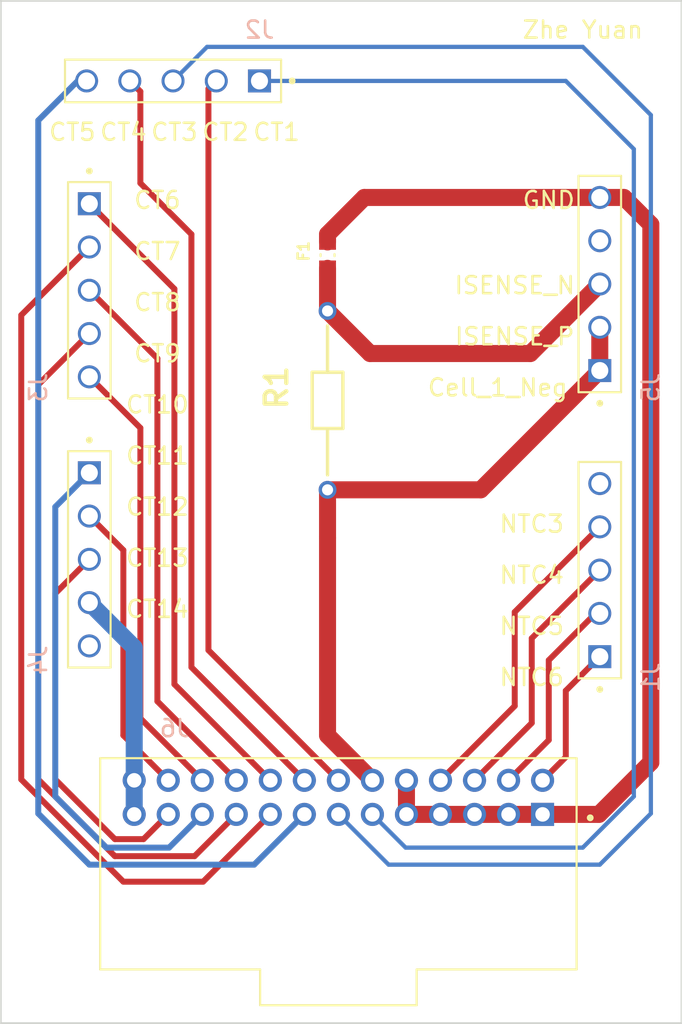
<source format=kicad_pcb>
(kicad_pcb (version 20211014) (generator pcbnew)
  (layers (0 "F.Cu" signal) (31 "B.Cu" signal) (34 "B.Paste" user) (35 "F.Paste" user) (36 "B.SilkS" user "B.Silkscreen") (37 "F.SilkS" user "F.Silkscreen") (38 "B.Mask" user) (39 "F.Mask" user) (44 "Edge.Cuts" user))
  (net 0 "")
  (net 1 "ISENSE_N")
  (net 2 "GND")
  (net 3 "NTC6")
  (net 4 "NTC5")
  (net 5 "NTC4")
  (net 6 "NTC3")
  (net 8 "CELL_11")
  (net 9 "CELL_12")
  (net 10 "CELL_13")
  (net 11 "CELL_14")
  (net 12 "CELL_1_Negative")
  (net 13 "CELL_1")
  (net 14 "CELL_2")
  (net 15 "CELL_3")
  (net 16 "CELL_4")
  (net 17 "CELL_5")
  (net 18 "CELL_6")
  (net 19 "CELL_7")
  (net 20 "CELL_8")
  (net 21 "CELL_9")
  (net 22 "CELL_10")
  (footprint "826926-5:TE_826926-5" (layer "F.Cu") (at 159 89 90)
    (fp_text reference "J5" (at -1 3 90) (layer "B.SilkS") (effects (justify mirror)))
    (fp_text value "826926-5")
    (fp_line (start 11.43 -1.25) (end -1.27 -1.25) (layer "F.SilkS") (width 0.127))
    (fp_line (start 11.43 1.25) (end -1.27 1.25) (layer "F.SilkS") (width 0.127))
    (fp_line (start 11.43 -1.25) (end 11.43 1.25) (layer "F.SilkS") (width 0.127))
    (fp_line (start -1.27 1.25) (end -1.27 -1.25) (layer "F.SilkS") (width 0.127))
    (fp_circle (center -1.92 0) (end -1.82 0) (layer "F.SilkS") (width 0.2) (fill none))
    (pad "1" thru_hole rect locked (at 0 0 90) (size 1.35 1.35) (drill 1) (layers *.Cu *.Mask) (net 12 "CELL_1_Negative"))
    (pad "2" thru_hole circle locked (at 2.54 0 90) (size 1.35 1.35) (drill 1) (layers *.Cu *.Mask) (net 12 "CELL_1_Negative"))
    (pad "3" thru_hole circle locked (at 5.08 0 90) (size 1.35 1.35) (drill 1) (layers *.Cu *.Mask) (net 1 "ISENSE_N"))
    (pad "4" thru_hole circle locked (at 7.62 0 90) (size 1.35 1.35) (drill 1) (layers *.Cu *.Mask))
    (pad "5" thru_hole circle locked (at 10.16 0 90) (size 1.35 1.35) (drill 1) (layers *.Cu *.Mask) (net 2 "GND"))
  )
  (footprint "0686F2000-01:FUSC1608X60N" (layer "F.Cu") (at 143 82.225 90)
    (fp_text reference "F1" (at 0.232 -1.4064 90) (layer "F.SilkS") (effects (font (size 0.64 0.64))))
    (fp_text value "0686F2000-01")
    (fp_line (start -0.06 -0.41) (end 0.06 -0.41) (layer "F.SilkS") (width 0.127))
    (fp_line (start 0.06 0.41) (end -0.06 0.41) (layer "F.SilkS") (width 0.127))
    (pad "1" smd rect locked (at -0.775 0 90) (size 0.92 0.99) (layers "F.Cu" "F.Paste" "F.Mask") (net 1 "ISENSE_N"))
    (pad "2" smd rect locked (at 0.775 0 90) (size 0.92 0.99) (layers "F.Cu" "F.Paste" "F.Mask") (net 2 "GND"))
  )
  (footprint "826926-5:TE_826926-5" (layer "F.Cu") (at 129 79.2075 -90)
    (fp_text reference "J3" (at 10.7925 3 90) (layer "B.SilkS") (effects (justify mirror)))
    (fp_text value "826926-5")
    (fp_line (start 11.43 -1.25) (end -1.27 -1.25) (layer "F.SilkS") (width 0.127))
    (fp_line (start 11.43 1.25) (end -1.27 1.25) (layer "F.SilkS") (width 0.127))
    (fp_line (start -1.27 1.25) (end -1.27 -1.25) (layer "F.SilkS") (width 0.127))
    (fp_line (start 11.43 -1.25) (end 11.43 1.25) (layer "F.SilkS") (width 0.127))
    (fp_circle (center -1.92 0) (end -1.82 0) (layer "F.SilkS") (width 0.2) (fill none))
    (pad "1" thru_hole rect locked (at 0 0 270) (size 1.35 1.35) (drill 1) (layers *.Cu *.Mask) (net 18 "CELL_6"))
    (pad "2" thru_hole circle locked (at 2.54 0 270) (size 1.35 1.35) (drill 1) (layers *.Cu *.Mask) (net 19 "CELL_7"))
    (pad "3" thru_hole circle locked (at 5.08 0 270) (size 1.35 1.35) (drill 1) (layers *.Cu *.Mask) (net 20 "CELL_8"))
    (pad "4" thru_hole circle locked (at 7.62 0 270) (size 1.35 1.35) (drill 1) (layers *.Cu *.Mask) (net 21 "CELL_9"))
    (pad "5" thru_hole circle locked (at 10.16 0 270) (size 1.35 1.35) (drill 1) (layers *.Cu *.Mask) (net 22 "CELL_10"))
  )
  (footprint "KiCad:RESAD1050W45L330D180" (layer "F.Cu") (at 143 96 90)
    (fp_text reference "R1" (at 6 -3 90) (layer "F.SilkS") (effects (font (size 1.27 1.27) (thickness 0.254))))
    (fp_text value "0.1" hide)
    (fp_line (start 0.875 0) (end 3.6 0) (layer "F.SilkS") (width 0.2))
    (fp_line (start 6.9 0) (end 9.625 0) (layer "F.SilkS") (width 0.2))
    (fp_line (start 3.6 0.9) (end 3.6 -0.9) (layer "F.SilkS") (width 0.2))
    (fp_line (start 3.6 -0.9) (end 6.9 -0.9) (layer "F.SilkS") (width 0.2))
    (fp_line (start 6.9 -0.9) (end 6.9 0.9) (layer "F.SilkS") (width 0.2))
    (fp_line (start 6.9 0.9) (end 3.6 0.9) (layer "F.SilkS") (width 0.2))
    (pad "1" thru_hole circle locked (at 0 0 90) (size 1.05 1.05) (drill 0.65) (layers *.Cu *.Mask) (net 12 "CELL_1_Negative"))
    (pad "2" thru_hole circle locked (at 10.5 0 90) (size 1.05 1.05) (drill 0.65) (layers *.Cu *.Mask) (net 1 "ISENSE_N"))
  )
  (footprint "826926-5:TE_826926-5" (layer "F.Cu") (at 159 105.7925 90)
    (fp_text reference "J1" (at -1.2075 3 90) (layer "B.SilkS") (effects (justify mirror)))
    (fp_text value "826926-5")
    (fp_line (start 11.43 -1.25) (end 11.43 1.25) (layer "F.SilkS") (width 0.127))
    (fp_line (start 11.43 1.25) (end -1.27 1.25) (layer "F.SilkS") (width 0.127))
    (fp_line (start -1.27 1.25) (end -1.27 -1.25) (layer "F.SilkS") (width 0.127))
    (fp_line (start 11.43 -1.25) (end -1.27 -1.25) (layer "F.SilkS") (width 0.127))
    (fp_circle (center -1.92 0) (end -1.82 0) (layer "F.SilkS") (width 0.2) (fill none))
    (pad "1" thru_hole rect locked (at 0 0 90) (size 1.35 1.35) (drill 1) (layers *.Cu *.Mask) (net 3 "NTC6"))
    (pad "2" thru_hole circle locked (at 2.54 0 90) (size 1.35 1.35) (drill 1) (layers *.Cu *.Mask) (net 4 "NTC5"))
    (pad "3" thru_hole circle locked (at 5.08 0 90) (size 1.35 1.35) (drill 1) (layers *.Cu *.Mask) (net 5 "NTC4"))
    (pad "4" thru_hole circle locked (at 7.62 0 90) (size 1.35 1.35) (drill 1) (layers *.Cu *.Mask) (net 6 "NTC3"))
    (pad "5" thru_hole circle locked (at 10.16 0 90) (size 1.35 1.35) (drill 1) (layers *.Cu *.Mask))
  )
  (footprint "826926-5:TE_826926-5" (layer "F.Cu") (at 129 95 -90)
    (fp_text reference "J4" (at 11 3 90) (layer "B.SilkS") (effects (justify mirror)))
    (fp_text value "826926-5")
    (fp_line (start 11.43 1.25) (end -1.27 1.25) (layer "F.SilkS") (width 0.127))
    (fp_line (start 11.43 -1.25) (end -1.27 -1.25) (layer "F.SilkS") (width 0.127))
    (fp_line (start -1.27 1.25) (end -1.27 -1.25) (layer "F.SilkS") (width 0.127))
    (fp_line (start 11.43 -1.25) (end 11.43 1.25) (layer "F.SilkS") (width 0.127))
    (fp_circle (center -1.92 0) (end -1.82 0) (layer "F.SilkS") (width 0.2) (fill none))
    (pad "1" thru_hole rect locked (at 0 0 270) (size 1.35 1.35) (drill 1) (layers *.Cu *.Mask) (net 8 "CELL_11"))
    (pad "2" thru_hole circle locked (at 2.54 0 270) (size 1.35 1.35) (drill 1) (layers *.Cu *.Mask) (net 9 "CELL_12"))
    (pad "3" thru_hole circle locked (at 5.08 0 270) (size 1.35 1.35) (drill 1) (layers *.Cu *.Mask) (net 10 "CELL_13"))
    (pad "4" thru_hole circle locked (at 7.62 0 270) (size 1.35 1.35) (drill 1) (layers *.Cu *.Mask) (net 11 "CELL_14"))
    (pad "5" thru_hole circle locked (at 10.16 0 270) (size 1.35 1.35) (drill 1) (layers *.Cu *.Mask))
  )
  (footprint "501876-2640:MOLEX_501876-2640" (layer "F.Cu") (at 143.6375 115.05)
    (fp_text reference "J6" (at -9.6375 -5.05) (layer "B.SilkS") (effects (justify mirror)))
    (fp_text value "501876-2640")
    (fp_line (start -4.6 11.2) (end -4.6 9.1) (layer "F.SilkS") (width 0.127))
    (fp_line (start 4.6 9.1) (end 4.6 11.2) (layer "F.SilkS") (width 0.127))
    (fp_line (start 4.6 11.2) (end -4.6 11.2) (layer "F.SilkS") (width 0.127))
    (fp_line (start -4.6 9.1) (end -14 9.1) (layer "F.SilkS") (width 0.127))
    (fp_line (start -14 9.1) (end -14 -3.3) (layer "F.SilkS") (width 0.127))
    (fp_line (start -14 -3.3) (end 14 -3.3) (layer "F.SilkS") (width 0.127))
    (fp_line (start 14 9.1) (end 4.6 9.1) (layer "F.SilkS") (width 0.127))
    (fp_line (start 14 -3.3) (end 14 9.1) (layer "F.SilkS") (width 0.127))
    (fp_circle (center 14.8 0.2) (end 14.9 0.2) (layer "F.SilkS") (width 0.2) (fill none))
    (pad "1" thru_hole rect locked (at 12 0) (size 1.358 1.358) (drill 0.85) (layers *.Cu *.Mask) (net 2 "GND"))
    (pad "2" thru_hole circle locked (at 12 -2) (size 1.358 1.358) (drill 0.85) (layers *.Cu *.Mask) (net 3 "NTC6"))
    (pad "3" thru_hole circle locked (at 10 0) (size 1.358 1.358) (drill 0.85) (layers *.Cu *.Mask) (net 2 "GND"))
    (pad "4" thru_hole circle locked (at 10 -2) (size 1.358 1.358) (drill 0.85) (layers *.Cu *.Mask) (net 4 "NTC5"))
    (pad "5" thru_hole circle locked (at 8 0) (size 1.358 1.358) (drill 0.85) (layers *.Cu *.Mask) (net 2 "GND"))
    (pad "6" thru_hole circle locked (at 8 -2) (size 1.358 1.358) (drill 0.85) (layers *.Cu *.Mask) (net 5 "NTC4"))
    (pad "7" thru_hole circle locked (at 6 0) (size 1.358 1.358) (drill 0.85) (layers *.Cu *.Mask) (net 2 "GND"))
    (pad "8" thru_hole circle locked (at 6 -2) (size 1.358 1.358) (drill 0.85) (layers *.Cu *.Mask) (net 6 "NTC3"))
    (pad "9" thru_hole circle locked (at 4 0) (size 1.358 1.358) (drill 0.85) (layers *.Cu *.Mask) (net 2 "GND"))
    (pad "10" thru_hole circle locked (at 4 -2) (size 1.358 1.358) (drill 0.85) (layers *.Cu *.Mask) (net 2 "GND"))
    (pad "11" thru_hole circle locked (at 2 0) (size 1.358 1.358) (drill 0.85) (layers *.Cu *.Mask) (net 13 "CELL_1"))
    (pad "12" thru_hole circle locked (at 2 -2) (size 1.358 1.358) (drill 0.85) (layers *.Cu *.Mask) (net 12 "CELL_1_Negative"))
    (pad "13" thru_hole circle locked (at 0 0) (size 1.358 1.358) (drill 0.85) (layers *.Cu *.Mask) (net 15 "CELL_3"))
    (pad "14" thru_hole circle locked (at 0 -2) (size 1.358 1.358) (drill 0.85) (layers *.Cu *.Mask) (net 14 "CELL_2"))
    (pad "15" thru_hole circle locked (at -2 0) (size 1.358 1.358) (drill 0.85) (layers *.Cu *.Mask) (net 17 "CELL_5"))
    (pad "16" thru_hole circle locked (at -2 -2) (size 1.358 1.358) (drill 0.85) (layers *.Cu *.Mask) (net 16 "CELL_4"))
    (pad "17" thru_hole circle locked (at -4 0) (size 1.358 1.358) (drill 0.85) (layers *.Cu *.Mask) (net 19 "CELL_7"))
    (pad "18" thru_hole circle locked (at -4 -2) (size 1.358 1.358) (drill 0.85) (layers *.Cu *.Mask) (net 18 "CELL_6"))
    (pad "19" thru_hole circle locked (at -6 0) (size 1.358 1.358) (drill 0.85) (layers *.Cu *.Mask) (net 21 "CELL_9"))
    (pad "20" thru_hole circle locked (at -6 -2) (size 1.358 1.358) (drill 0.85) (layers *.Cu *.Mask) (net 20 "CELL_8"))
    (pad "21" thru_hole circle locked (at -8 0) (size 1.358 1.358) (drill 0.85) (layers *.Cu *.Mask) (net 8 "CELL_11"))
    (pad "22" thru_hole circle locked (at -8 -2) (size 1.358 1.358) (drill 0.85) (layers *.Cu *.Mask) (net 22 "CELL_10"))
    (pad "23" thru_hole circle locked (at -10 0) (size 1.358 1.358) (drill 0.85) (layers *.Cu *.Mask) (net 10 "CELL_13"))
    (pad "24" thru_hole circle locked (at -10 -2) (size 1.358 1.358) (drill 0.85) (layers *.Cu *.Mask) (net 9 "CELL_12"))
    (pad "25" thru_hole circle locked (at -12 0) (size 1.358 1.358) (drill 0.85) (layers *.Cu *.Mask) (net 11 "CELL_14"))
    (pad "26" thru_hole circle locked (at -12 -2) (size 1.358 1.358) (drill 0.85) (layers *.Cu *.Mask) (net 11 "CELL_14"))
  )
  (footprint "826926-5:TE_826926-5" (layer "F.Cu") (at 139 72 180)
    (fp_text reference "J2" (at 0 3) (layer "B.SilkS") (effects (justify mirror)))
    (fp_text value "826926-5")
    (fp_line (start 11.43 -1.25) (end -1.27 -1.25) (layer "F.SilkS") (width 0.127))
    (fp_line (start -1.27 1.25) (end -1.27 -1.25) (layer "F.SilkS") (width 0.127))
    (fp_line (start 11.43 -1.25) (end 11.43 1.25) (layer "F.SilkS") (width 0.127))
    (fp_line (start 11.43 1.25) (end -1.27 1.25) (layer "F.SilkS") (width 0.127))
    (fp_circle (center -1.92 0) (end -1.82 0) (layer "F.SilkS") (width 0.2) (fill none))
    (pad "1" thru_hole rect locked (at 0 0 180) (size 1.35 1.35) (drill 1) (layers *.Cu *.Mask) (net 13 "CELL_1"))
    (pad "2" thru_hole circle locked (at 2.54 0 180) (size 1.35 1.35) (drill 1) (layers *.Cu *.Mask) (net 14 "CELL_2"))
    (pad "3" thru_hole circle locked (at 5.08 0 180) (size 1.35 1.35) (drill 1) (layers *.Cu *.Mask) (net 15 "CELL_3"))
    (pad "4" thru_hole circle locked (at 7.62 0 180) (size 1.35 1.35) (drill 1) (layers *.Cu *.Mask) (net 16 "CELL_4"))
    (pad "5" thru_hole circle locked (at 10.16 0 180) (size 1.35 1.35) (drill 1) (layers *.Cu *.Mask) (net 17 "CELL_5"))
  )
  (gr_rect (start 123.8 67.3) (end 163.8 127.3) (layer "Edge.Cuts") (width 0.1) (fill none))
  (gr_text "Cell_1_Neg" (at 153 90) (layer "F.SilkS") (effects (font (size 1 1))))
  (gr_text "CT2" (at 137 75) (layer "F.SilkS") (effects (font (size 1 1))))
  (gr_text "CT9" (at 133 88) (layer "F.SilkS") (effects (font (size 1 1))))
  (gr_text "NTC5" (at 155 104) (layer "F.SilkS") (effects (font (size 1 1))))
  (gr_text "CT12" (at 133 97) (layer "F.SilkS") (effects (font (size 1 1))))
  (gr_text "ISENSE_N" (at 154 84) (layer "F.SilkS") (effects (font (size 1 1))))
  (gr_text "CT6" (at 133 79) (layer "F.SilkS") (effects (font (size 1 1))))
  (gr_text "NTC3" (at 155 98) (layer "F.SilkS") (effects (font (size 1 1))))
  (gr_text "CT4" (at 131 75) (layer "F.SilkS") (effects (font (size 1 1))))
  (gr_text "NTC4" (at 155 101) (layer "F.SilkS") (effects (font (size 1 1))))
  (gr_text "CT1" (at 140 75) (layer "F.SilkS") (effects (font (size 1 1))))
  (gr_text "ISENSE_P" (at 154 87) (layer "F.SilkS") (effects (font (size 1 1))))
  (gr_text "CT11" (at 133 94) (layer "F.SilkS") (effects (font (size 1 1))))
  (gr_text "GND" (at 156 79) (layer "F.SilkS") (effects (font (size 1 1))))
  (gr_text "CT13" (at 133 100) (layer "F.SilkS") (effects (font (size 1 1))))
  (gr_text "CT5" (at 128 75) (layer "F.SilkS") (effects (font (size 1 1))))
  (gr_text "CT8" (at 133 85) (layer "F.SilkS") (effects (font (size 1 1))))
  (gr_text "CT7" (at 133 82) (layer "F.SilkS") (effects (font (size 1 1))))
  (gr_text "CT14" (at 133 103) (layer "F.SilkS") (effects (font (size 1 1))))
  (gr_text "CT3" (at 134 75) (layer "F.SilkS") (effects (font (size 1 1))))
  (gr_text "Zhe Yuan" (at 158 69) (layer "F.SilkS") (effects (font (size 1 1))))
  (gr_text "CT10" (at 133 91) (layer "F.SilkS") (effects (font (size 1 1))))
  (gr_text "NTC6\n" (at 155 107) (layer "F.SilkS") (effects (font (size 1 1))))
  (segment (start 145.5 88) (end 154.92 88) (width 1) (layer "F.Cu") (net 1))
  (segment (start 143 85.5) (end 145.5 88) (width 1) (layer "F.Cu") (net 1))
  (segment (start 143 85.5) (end 143 83) (width 1) (layer "F.Cu") (net 1))
  (segment (start 154.92 88) (end 159 83.92) (width 1) (layer "F.Cu") (net 1))
  (segment (start 147.6375 115.05) (end 147.6375 113.05) (width 1) (layer "F.Cu") (net 2))
  (segment (start 160.42 78.84) (end 162 80.42) (width 1) (layer "F.Cu") (net 2))
  (segment (start 143 81) (end 145.16 78.84) (width 1) (layer "F.Cu") (net 2))
  (segment (start 145.16 78.84) (end 159 78.84) (width 1) (layer "F.Cu") (net 2))
  (segment (start 158.95 115.05) (end 155.6375 115.05) (width 1) (layer "F.Cu") (net 2))
  (segment (start 159 78.84) (end 160.42 78.84) (width 1) (layer "F.Cu") (net 2))
  (segment (start 162 112) (end 158.95 115.05) (width 1) (layer "F.Cu") (net 2))
  (segment (start 143 81.45) (end 143 81) (width 1) (layer "F.Cu") (net 2))
  (segment (start 155.6375 115.05) (end 147.6375 115.05) (width 1) (layer "F.Cu") (net 2))
  (segment (start 162 80.42) (end 162 112) (width 1) (layer "F.Cu") (net 2))
  (segment (start 157 107.7925) (end 157 111.6875) (width 0.35) (layer "F.Cu") (net 3))
  (segment (start 159 105.7925) (end 157 107.7925) (width 0.35) (layer "F.Cu") (net 3))
  (segment (start 157 111.6875) (end 155.6375 113.05) (width 0.35) (layer "F.Cu") (net 3))
  (segment (start 159 103.2525) (end 158.7475 103.2525) (width 0.35) (layer "F.Cu") (net 4))
  (segment (start 156 110.6875) (end 153.6375 113.05) (width 0.35) (layer "F.Cu") (net 4))
  (segment (start 156 106) (end 156 110.6875) (width 0.35) (layer "F.Cu") (net 4))
  (segment (start 158.7475 103.2525) (end 156 106) (width 0.35) (layer "F.Cu") (net 4))
  (segment (start 159 100.7125) (end 155 104.7125) (width 0.35) (layer "F.Cu") (net 5))
  (segment (start 155 109.6875) (end 151.6375 113.05) (width 0.35) (layer "F.Cu") (net 5))
  (segment (start 155 104.7125) (end 155 109.6875) (width 0.35) (layer "F.Cu") (net 5))
  (segment (start 154 103.1725) (end 154 108.6875) (width 0.35) (layer "F.Cu") (net 6))
  (segment (start 154 108.6875) (end 149.6375 113.05) (width 0.35) (layer "F.Cu") (net 6))
  (segment (start 159 98.1725) (end 154 103.1725) (width 0.35) (layer "F.Cu") (net 6))
  (segment (start 127 114) (end 130 117) (width 0.35) (layer "B.Cu") (net 8))
  (segment (start 130 117) (end 133.6875 117) (width 0.35) (layer "B.Cu") (net 8))
  (segment (start 129 95) (end 127 97) (width 0.35) (layer "B.Cu") (net 8))
  (segment (start 133.6875 117) (end 135.6375 115.05) (width 0.35) (layer "B.Cu") (net 8))
  (segment (start 127 97) (end 127 114) (width 0.35) (layer "B.Cu") (net 8))
  (segment (start 129 97.54) (end 131 99.54) (width 0.35) (layer "F.Cu") (net 9))
  (segment (start 131 99.54) (end 131 110.4125) (width 0.35) (layer "F.Cu") (net 9))
  (segment (start 131 110.4125) (end 133.6375 113.05) (width 0.35) (layer "F.Cu") (net 9))
  (segment (start 127 102.08) (end 129 100.08) (width 0.35) (layer "F.Cu") (net 10))
  (segment (start 127 113) (end 127 102.08) (width 0.35) (layer "F.Cu") (net 10))
  (segment (start 133.6375 115.05) (end 132.18702 116.50048) (width 0.35) (layer "F.Cu") (net 10))
  (segment (start 130.50048 116.50048) (end 127 113) (width 0.35) (layer "F.Cu") (net 10))
  (segment (start 132.18702 116.50048) (end 130.50048 116.50048) (width 0.35) (layer "F.Cu") (net 10))
  (segment (start 131.6375 113.05) (end 131.6375 115.05) (width 1) (layer "B.Cu") (net 11))
  (segment (start 131.6375 105.2575) (end 131.6375 113.05) (width 1) (layer "B.Cu") (net 11))
  (segment (start 129 102.62) (end 131.6375 105.2575) (width 1) (layer "B.Cu") (net 11))
  (segment (start 143 110.4125) (end 145.6375 113.05) (width 1) (layer "F.Cu") (net 12))
  (segment (start 143 96) (end 143 98.81) (width 1) (layer "F.Cu") (net 12))
  (segment (start 143 96) (end 152 96) (width 1) (layer "F.Cu") (net 12))
  (segment (start 143 98.81) (end 143 110.4125) (width 1) (layer "F.Cu") (net 12))
  (segment (start 159 89) (end 159 86.46) (width 1) (layer "F.Cu") (net 12))
  (segment (start 152 96) (end 159 89) (width 1) (layer "F.Cu") (net 12))
  (segment (start 157 72) (end 161 76) (width 0.25) (layer "B.Cu") (net 13))
  (segment (start 161 76) (end 161 114) (width 0.25) (layer "B.Cu") (net 13))
  (segment (start 139 72) (end 157 72) (width 0.25) (layer "B.Cu") (net 13))
  (segment (start 147.5875 117) (end 145.6375 115.05) (width 0.25) (layer "B.Cu") (net 13))
  (segment (start 161 114) (end 158 117) (width 0.25) (layer "B.Cu") (net 13))
  (segment (start 158 117) (end 147.5875 117) (width 0.25) (layer "B.Cu") (net 13))
  (segment (start 136 72.46) (end 136 105.4125) (width 0.35) (layer "F.Cu") (net 14))
  (segment (start 136.46 72) (end 136 72.46) (width 0.35) (layer "F.Cu") (net 14))
  (segment (start 136 105.4125) (end 143.6375 113.05) (width 0.35) (layer "F.Cu") (net 14))
  (segment (start 162 74) (end 162 115) (width 0.25) (layer "B.Cu") (net 15))
  (segment (start 133.92 72) (end 135.92 70) (width 0.25) (layer "B.Cu") (net 15))
  (segment (start 162 115) (end 159 118) (width 0.25) (layer "B.Cu") (net 15))
  (segment (start 135.92 70) (end 158 70) (width 0.25) (layer "B.Cu") (net 15))
  (segment (start 158 70) (end 162 74) (width 0.25) (layer "B.Cu") (net 15))
  (segment (start 146.5875 118) (end 143.6375 115.05) (width 0.25) (layer "B.Cu") (net 15))
  (segment (start 159 118) (end 146.5875 118) (width 0.25) (layer "B.Cu") (net 15))
  (segment (start 135 106.4125) (end 141.6375 113.05) (width 0.35) (layer "F.Cu") (net 16))
  (segment (start 132 72.62) (end 132 78) (width 0.35) (layer "F.Cu") (net 16))
  (segment (start 132 78) (end 135 81) (width 0.35) (layer "F.Cu") (net 16))
  (segment (start 135 81) (end 135 106.4125) (width 0.35) (layer "F.Cu") (net 16))
  (segment (start 131.38 72) (end 132 72.62) (width 0.35) (layer "F.Cu") (net 16))
  (segment (start 126 115) (end 129 118) (width 0.35) (layer "B.Cu") (net 17))
  (segment (start 128.84 72) (end 128.31625 72) (width 0.35) (layer "B.Cu") (net 17))
  (segment (start 129 118) (end 138.6875 118) (width 0.35) (layer "B.Cu") (net 17))
  (segment (start 138.6875 118) (end 141.6375 115.05) (width 0.35) (layer "B.Cu") (net 17))
  (segment (start 128.31625 72) (end 126 74.31625) (width 0.35) (layer "B.Cu") (net 17))
  (segment (start 126 74.31625) (end 126 115) (width 0.35) (layer "B.Cu") (net 17))
  (segment (start 129 79.2075) (end 134 84.2075) (width 0.35) (layer "F.Cu") (net 18))
  (segment (start 134 84.2075) (end 134 107.4125) (width 0.35) (layer "F.Cu") (net 18))
  (segment (start 134 107.4125) (end 139.6375 113.05) (width 0.35) (layer "F.Cu") (net 18))
  (segment (start 125 85.7475) (end 125 113) (width 0.35) (layer "F.Cu") (net 19))
  (segment (start 135.6875 119) (end 139.6375 115.05) (width 0.35) (layer "F.Cu") (net 19))
  (segment (start 129 81.7475) (end 125 85.7475) (width 0.35) (layer "F.Cu") (net 19))
  (segment (start 131 119) (end 135.6875 119) (width 0.35) (layer "F.Cu") (net 19))
  (segment (start 125 113) (end 131 119) (width 0.35) (layer "F.Cu") (net 19))
  (segment (start 129 84.2875) (end 133 88.2875) (width 0.35) (layer "F.Cu") (net 20))
  (segment (start 133 88.2875) (end 133 108.4125) (width 0.35) (layer "F.Cu") (net 20))
  (segment (start 133 108.4125) (end 137.6375 113.05) (width 0.35) (layer "F.Cu") (net 20))
  (segment (start 130.50048 117.50048) (end 135.18702 117.50048) (width 0.35) (layer "F.Cu") (net 21))
  (segment (start 126 89.8275) (end 126 113) (width 0.35) (layer "F.Cu") (net 21))
  (segment (start 129 86.8275) (end 126 89.8275) (width 0.35) (layer "F.Cu") (net 21))
  (segment (start 135.18702 117.50048) (end 137.6375 115.05) (width 0.35) (layer "F.Cu") (net 21))
  (segment (start 126 113) (end 130.50048 117.50048) (width 0.35) (layer "F.Cu") (net 21))
  (segment (start 129 89.3675) (end 132 92.3675) (width 0.35) (layer "F.Cu") (net 22))
  (segment (start 132 92.3675) (end 132 109.4125) (width 0.35) (layer "F.Cu") (net 22))
  (segment (start 132 109.4125) (end 135.6375 113.05) (width 0.35) (layer "F.Cu") (net 22))
)
</source>
